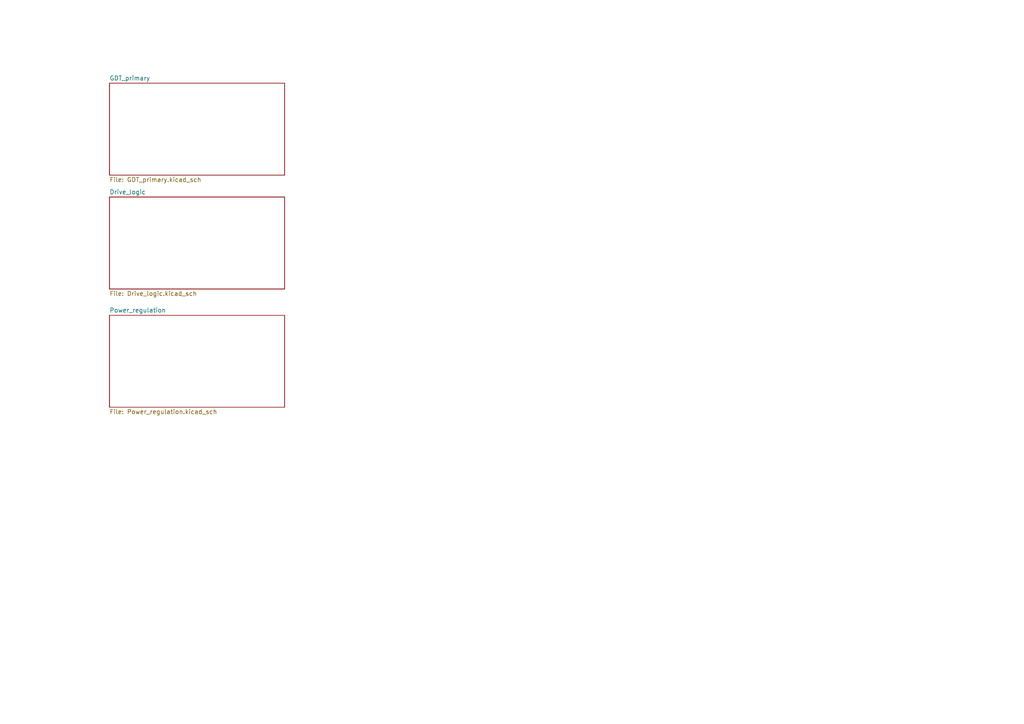
<source format=kicad_sch>
(kicad_sch (version 20211123) (generator eeschema)
  (paper "A4")
  (title_block (title "DRSSTC controller") (date "2023-03-07") (rev "0.2") (company "Politehnika"))
  (lib_symbols)
  (sheet (at 31.75 91.44) (size 50.8 26.67) (stroke (width 0.1524))
    (property "Sheet name" "Power_regulation" (at 31.75 90.7284 0) (effects (justify left bottom)))
    (property "Sheet file" "Power_regulation.kicad_sch" (at 31.75 118.6946 0) (effects (justify left top)))
  )
  (sheet (at 31.75 57.15) (size 50.8 26.67) (stroke (width 0.1524))
    (property "Sheet name" "Drive_logic" (at 31.75 56.4384 0) (effects (justify left bottom)))
    (property "Sheet file" "Drive_logic.kicad_sch" (at 31.75 84.4046 0) (effects (justify left top)))
  )
  (sheet (at 31.75 24.13) (size 50.8 26.67) (stroke (width 0.1524))
    (property "Sheet name" "GDT_primary" (at 31.75 23.4184 0) (effects (justify left bottom)))
    (property "Sheet file" "GDT_primary.kicad_sch" (at 31.75 51.3846 0) (effects (justify left top)))
  )
)
</source>
